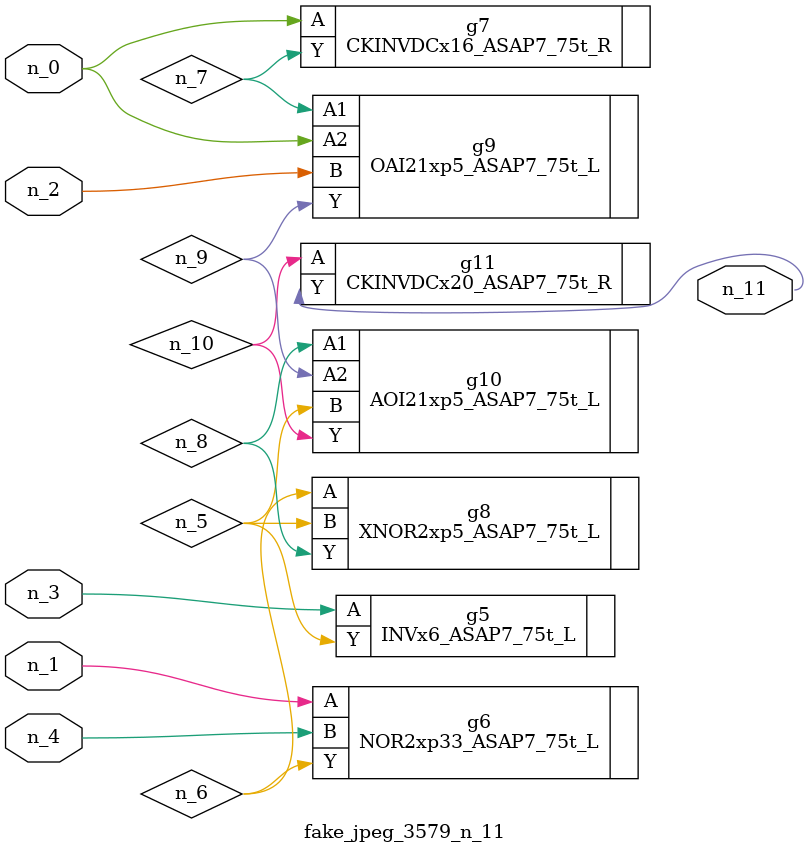
<source format=v>
module fake_jpeg_3579_n_11 (n_3, n_2, n_1, n_0, n_4, n_11);

input n_3;
input n_2;
input n_1;
input n_0;
input n_4;

output n_11;

wire n_10;
wire n_8;
wire n_9;
wire n_6;
wire n_5;
wire n_7;

INVx6_ASAP7_75t_L g5 ( 
.A(n_3),
.Y(n_5)
);

NOR2xp33_ASAP7_75t_L g6 ( 
.A(n_1),
.B(n_4),
.Y(n_6)
);

CKINVDCx16_ASAP7_75t_R g7 ( 
.A(n_0),
.Y(n_7)
);

XNOR2xp5_ASAP7_75t_L g8 ( 
.A(n_6),
.B(n_5),
.Y(n_8)
);

AOI21xp5_ASAP7_75t_L g10 ( 
.A1(n_8),
.A2(n_9),
.B(n_5),
.Y(n_10)
);

OAI21xp5_ASAP7_75t_L g9 ( 
.A1(n_7),
.A2(n_0),
.B(n_2),
.Y(n_9)
);

CKINVDCx20_ASAP7_75t_R g11 ( 
.A(n_10),
.Y(n_11)
);


endmodule
</source>
